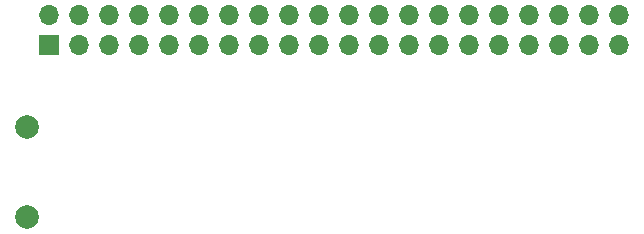
<source format=gbl>
G04 #@! TF.GenerationSoftware,KiCad,Pcbnew,9.0.2*
G04 #@! TF.CreationDate,2025-06-26T16:26:48+10:00*
G04 #@! TF.ProjectId,PiCam HAT,50694361-6d20-4484-9154-2e6b69636164,rev?*
G04 #@! TF.SameCoordinates,Original*
G04 #@! TF.FileFunction,Copper,L2,Bot*
G04 #@! TF.FilePolarity,Positive*
%FSLAX46Y46*%
G04 Gerber Fmt 4.6, Leading zero omitted, Abs format (unit mm)*
G04 Created by KiCad (PCBNEW 9.0.2) date 2025-06-26 16:26:48*
%MOMM*%
%LPD*%
G01*
G04 APERTURE LIST*
G04 #@! TA.AperFunction,ComponentPad*
%ADD10O,1.700000X1.700000*%
G04 #@! TD*
G04 #@! TA.AperFunction,ComponentPad*
%ADD11R,1.700000X1.700000*%
G04 #@! TD*
G04 #@! TA.AperFunction,ComponentPad*
%ADD12C,2.000000*%
G04 #@! TD*
G04 APERTURE END LIST*
D10*
X156630000Y-72230000D03*
X156630000Y-74770000D03*
X154090000Y-72230000D03*
X154090000Y-74770000D03*
X151550000Y-72230000D03*
X151550000Y-74770000D03*
X149010000Y-72230000D03*
X149010000Y-74770000D03*
X146470000Y-72230000D03*
X146470000Y-74770000D03*
X143930000Y-72230000D03*
X143930000Y-74770000D03*
X141390000Y-72230000D03*
X141390000Y-74770000D03*
X138850000Y-72230000D03*
X138850000Y-74770000D03*
X136310000Y-72230000D03*
X136310000Y-74770000D03*
X133770000Y-72230000D03*
X133770000Y-74770000D03*
X131230000Y-72230000D03*
X131230000Y-74770000D03*
X128690000Y-72230000D03*
X128690000Y-74770000D03*
X126150000Y-72230000D03*
X126150000Y-74770000D03*
X123610000Y-72230000D03*
X123610000Y-74770000D03*
X121070000Y-72230000D03*
X121070000Y-74770000D03*
X118530000Y-72230000D03*
X118530000Y-74770000D03*
X115990000Y-72230000D03*
X115990000Y-74770000D03*
X113450000Y-72230000D03*
X113450000Y-74770000D03*
X110910000Y-72230000D03*
X110910000Y-74770000D03*
X108370000Y-72230000D03*
D11*
X108370000Y-74770000D03*
D12*
X106500000Y-81700000D03*
X106500000Y-89300000D03*
M02*

</source>
